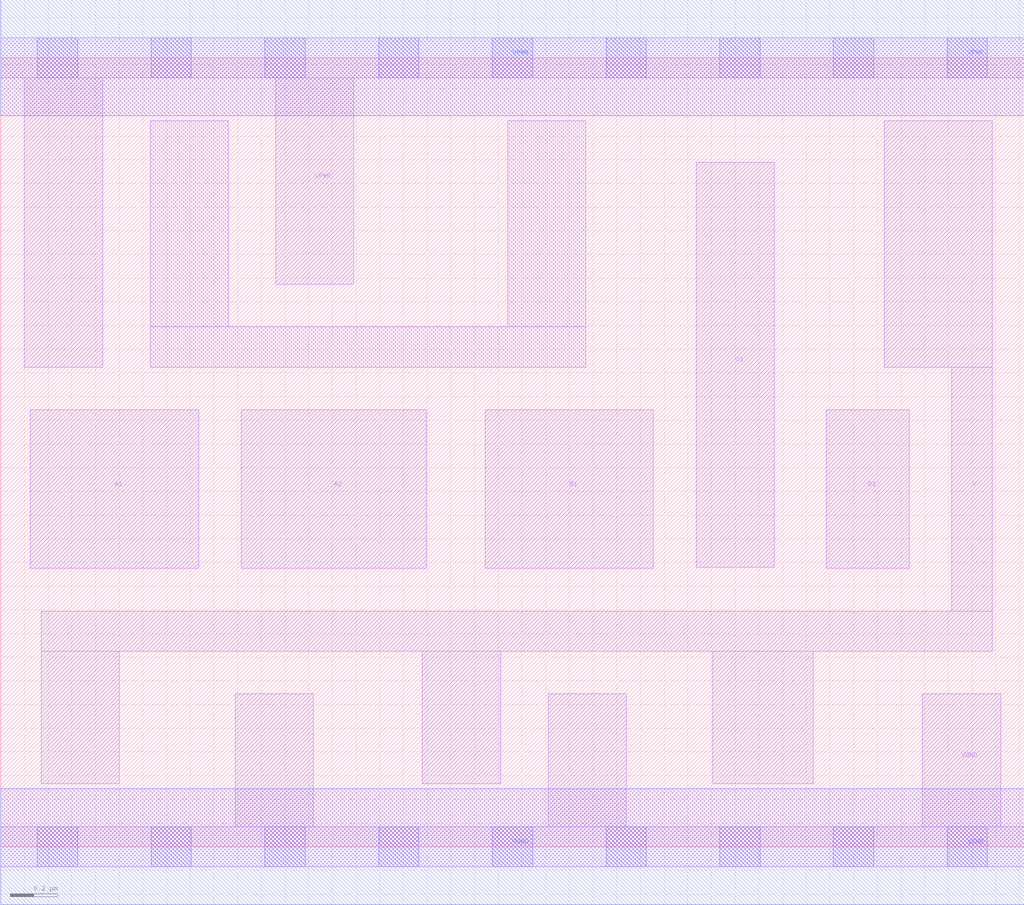
<source format=lef>
# Copyright 2020 The SkyWater PDK Authors
#
# Licensed under the Apache License, Version 2.0 (the "License");
# you may not use this file except in compliance with the License.
# You may obtain a copy of the License at
#
#     https://www.apache.org/licenses/LICENSE-2.0
#
# Unless required by applicable law or agreed to in writing, software
# distributed under the License is distributed on an "AS IS" BASIS,
# WITHOUT WARRANTIES OR CONDITIONS OF ANY KIND, either express or implied.
# See the License for the specific language governing permissions and
# limitations under the License.
#
# SPDX-License-Identifier: Apache-2.0

VERSION 5.7 ;
  NAMESCASESENSITIVE ON ;
  NOWIREEXTENSIONATPIN ON ;
  DIVIDERCHAR "/" ;
  BUSBITCHARS "[]" ;
UNITS
  DATABASE MICRONS 200 ;
END UNITS
MACRO sky130_fd_sc_lp__a2111oi_lp
  CLASS CORE ;
  SOURCE USER ;
  FOREIGN sky130_fd_sc_lp__a2111oi_lp ;
  ORIGIN  0.000000  0.000000 ;
  SIZE  4.320000 BY  3.330000 ;
  SYMMETRY X Y R90 ;
  SITE unit ;
  PIN A1
    ANTENNAGATEAREA  0.313000 ;
    DIRECTION INPUT ;
    USE SIGNAL ;
    PORT
      LAYER li1 ;
        RECT 0.125000 1.175000 0.835000 1.845000 ;
    END
  END A1
  PIN A2
    ANTENNAGATEAREA  0.313000 ;
    DIRECTION INPUT ;
    USE SIGNAL ;
    PORT
      LAYER li1 ;
        RECT 1.015000 1.175000 1.795000 1.845000 ;
    END
  END A2
  PIN B1
    ANTENNAGATEAREA  0.376000 ;
    DIRECTION INPUT ;
    USE SIGNAL ;
    PORT
      LAYER li1 ;
        RECT 2.045000 1.175000 2.755000 1.845000 ;
    END
  END B1
  PIN C1
    ANTENNAGATEAREA  0.376000 ;
    DIRECTION INPUT ;
    USE SIGNAL ;
    PORT
      LAYER li1 ;
        RECT 2.935000 1.180000 3.265000 2.890000 ;
    END
  END C1
  PIN D1
    ANTENNAGATEAREA  0.376000 ;
    DIRECTION INPUT ;
    USE SIGNAL ;
    PORT
      LAYER li1 ;
        RECT 3.485000 1.175000 3.835000 1.845000 ;
    END
  END D1
  PIN Y
    ANTENNADIFFAREA  0.635700 ;
    DIRECTION OUTPUT ;
    USE SIGNAL ;
    PORT
      LAYER li1 ;
        RECT 0.170000 0.265000 0.500000 0.825000 ;
        RECT 0.170000 0.825000 4.185000 0.995000 ;
        RECT 1.780000 0.265000 2.110000 0.825000 ;
        RECT 3.005000 0.265000 3.430000 0.825000 ;
        RECT 3.730000 2.025000 4.185000 3.065000 ;
        RECT 4.015000 0.995000 4.185000 2.025000 ;
    END
  END Y
  PIN VGND
    DIRECTION INOUT ;
    USE GROUND ;
    PORT
      LAYER li1 ;
        RECT 0.000000 -0.085000 4.320000 0.085000 ;
        RECT 0.990000  0.085000 1.320000 0.645000 ;
        RECT 2.310000  0.085000 2.640000 0.645000 ;
        RECT 3.890000  0.085000 4.220000 0.645000 ;
      LAYER mcon ;
        RECT 0.155000 -0.085000 0.325000 0.085000 ;
        RECT 0.635000 -0.085000 0.805000 0.085000 ;
        RECT 1.115000 -0.085000 1.285000 0.085000 ;
        RECT 1.595000 -0.085000 1.765000 0.085000 ;
        RECT 2.075000 -0.085000 2.245000 0.085000 ;
        RECT 2.555000 -0.085000 2.725000 0.085000 ;
        RECT 3.035000 -0.085000 3.205000 0.085000 ;
        RECT 3.515000 -0.085000 3.685000 0.085000 ;
        RECT 3.995000 -0.085000 4.165000 0.085000 ;
      LAYER met1 ;
        RECT 0.000000 -0.245000 4.320000 0.245000 ;
    END
  END VGND
  PIN VPWR
    DIRECTION INOUT ;
    USE POWER ;
    PORT
      LAYER li1 ;
        RECT 0.000000 3.245000 4.320000 3.415000 ;
        RECT 0.100000 2.025000 0.430000 3.245000 ;
        RECT 1.160000 2.375000 1.490000 3.245000 ;
      LAYER mcon ;
        RECT 0.155000 3.245000 0.325000 3.415000 ;
        RECT 0.635000 3.245000 0.805000 3.415000 ;
        RECT 1.115000 3.245000 1.285000 3.415000 ;
        RECT 1.595000 3.245000 1.765000 3.415000 ;
        RECT 2.075000 3.245000 2.245000 3.415000 ;
        RECT 2.555000 3.245000 2.725000 3.415000 ;
        RECT 3.035000 3.245000 3.205000 3.415000 ;
        RECT 3.515000 3.245000 3.685000 3.415000 ;
        RECT 3.995000 3.245000 4.165000 3.415000 ;
      LAYER met1 ;
        RECT 0.000000 3.085000 4.320000 3.575000 ;
    END
  END VPWR
  OBS
    LAYER li1 ;
      RECT 0.630000 2.025000 2.470000 2.195000 ;
      RECT 0.630000 2.195000 0.960000 3.065000 ;
      RECT 2.140000 2.195000 2.470000 3.065000 ;
  END
END sky130_fd_sc_lp__a2111oi_lp

</source>
